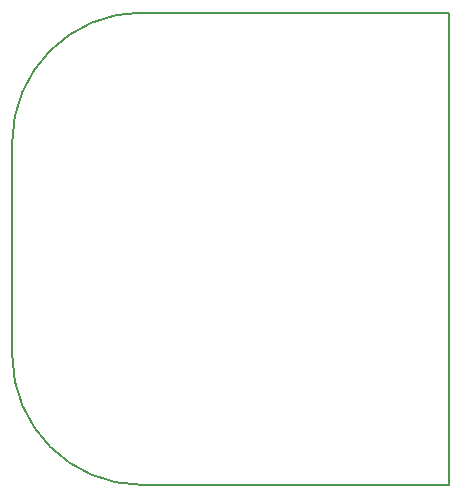
<source format=gbr>
G04 #@! TF.GenerationSoftware,KiCad,Pcbnew,5.0.2-bee76a0~70~ubuntu16.04.1*
G04 #@! TF.CreationDate,2019-11-03T02:00:58+01:00*
G04 #@! TF.ProjectId,switch,73776974-6368-42e6-9b69-6361645f7063,rev?*
G04 #@! TF.SameCoordinates,Original*
G04 #@! TF.FileFunction,Profile,NP*
%FSLAX46Y46*%
G04 Gerber Fmt 4.6, Leading zero omitted, Abs format (unit mm)*
G04 Created by KiCad (PCBNEW 5.0.2-bee76a0~70~ubuntu16.04.1) date Sun 03 Nov 2019 02:00:58 AM CET*
%MOMM*%
%LPD*%
G01*
G04 APERTURE LIST*
%ADD10C,0.150000*%
%ADD11C,0.200000*%
G04 APERTURE END LIST*
D10*
X121000000Y-75000000D02*
G75*
G02X110000000Y-64000000I0J11000000D01*
G01*
X110000000Y-46000000D02*
G75*
G02X121000000Y-35000000I11000000J0D01*
G01*
D11*
X121000000Y-35000000D02*
X147000000Y-35000000D01*
X110000000Y-64000000D02*
X110000000Y-46000000D01*
X147000000Y-75000000D02*
X121000000Y-75000000D01*
X147000000Y-35000000D02*
X147000000Y-75000000D01*
M02*

</source>
